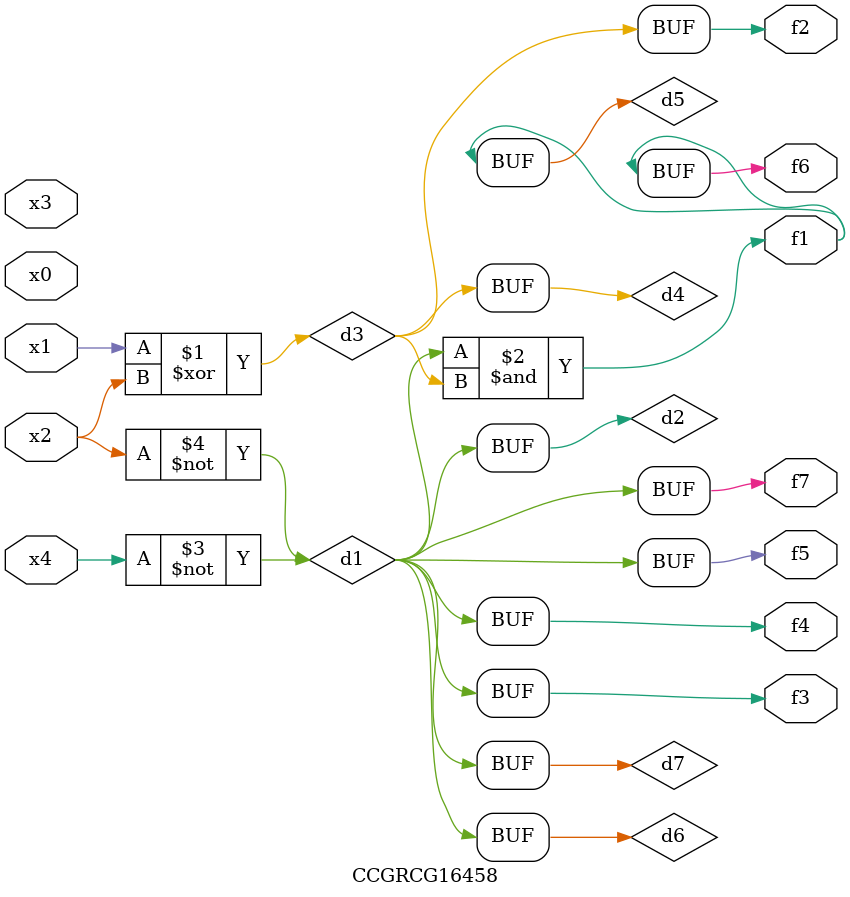
<source format=v>
module CCGRCG16458(
	input x0, x1, x2, x3, x4,
	output f1, f2, f3, f4, f5, f6, f7
);

	wire d1, d2, d3, d4, d5, d6, d7;

	not (d1, x4);
	not (d2, x2);
	xor (d3, x1, x2);
	buf (d4, d3);
	and (d5, d1, d3);
	buf (d6, d1, d2);
	buf (d7, d2);
	assign f1 = d5;
	assign f2 = d4;
	assign f3 = d7;
	assign f4 = d7;
	assign f5 = d7;
	assign f6 = d5;
	assign f7 = d7;
endmodule

</source>
